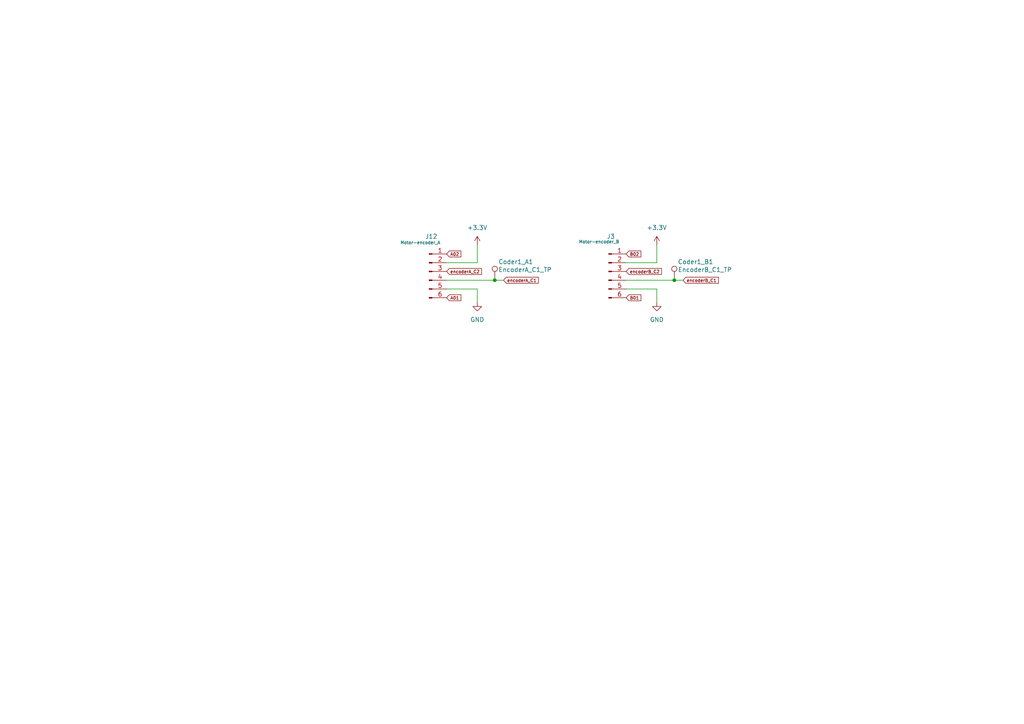
<source format=kicad_sch>
(kicad_sch (version 20250114) (generator "eeschema") (generator_version "9.0")
  (paper "A4")
  (lib_symbols
    (symbol "Connector:Conn_01x06_Pin" (pin_names (offset 1.016) (hide yes))
      (property "Reference" "J" (at 0 7.62 0))
      (property "Value" "Conn_01x06_Pin" (at 0 -10.16 0))
      (symbol "Conn_01x06_Pin_1_1"
        (rectangle (start 0.8636 5.207) (end 0 4.953) (stroke (width 0.1524)) (fill (type outline)))
        (rectangle (start 0.8636 2.667) (end 0 2.413) (stroke (width 0.1524)) (fill (type outline)))
        (rectangle (start 0.8636 0.127) (end 0 -0.127) (stroke (width 0.1524)) (fill (type outline)))
        (rectangle (start 0.8636 -2.413) (end 0 -2.667) (stroke (width 0.1524)) (fill (type outline)))
        (rectangle (start 0.8636 -4.953) (end 0 -5.207) (stroke (width 0.1524)) (fill (type outline)))
        (rectangle (start 0.8636 -7.493) (end 0 -7.747) (stroke (width 0.1524)) (fill (type outline)))
        (polyline (pts (xy 1.27 5.08) (xy 0.8636 5.08)) (stroke (width 0.1524)))
        (polyline (pts (xy 1.27 2.54) (xy 0.8636 2.54)) (stroke (width 0.1524)))
        (polyline (pts (xy 1.27 0) (xy 0.8636 0)) (stroke (width 0.1524)))
        (polyline (pts (xy 1.27 -2.54) (xy 0.8636 -2.54)) (stroke (width 0.1524)))
        (polyline (pts (xy 1.27 -5.08) (xy 0.8636 -5.08)) (stroke (width 0.1524)))
        (polyline (pts (xy 1.27 -7.62) (xy 0.8636 -7.62)) (stroke (width 0.1524)))
        (pin passive line (at 5.08 5.08 180) (length 3.81) (name "Pin_1") (number "1"))
        (pin passive line (at 5.08 2.54 180) (length 3.81) (name "Pin_2") (number "2"))
        (pin passive line (at 5.08 0 180) (length 3.81) (name "Pin_3") (number "3"))
        (pin passive line (at 5.08 -2.54 180) (length 3.81) (name "Pin_4") (number "4"))
        (pin passive line (at 5.08 -5.08 180) (length 3.81) (name "Pin_5") (number "5"))
        (pin passive line (at 5.08 -7.62 180) (length 3.81) (name "Pin_6") (number "6"))
      )
    )
    (symbol "Connector:TestPoint" (pin_numbers (hide yes)) (pin_names (offset 0.762) (hide yes))
      (property "Reference" "TP" (at 0 6.858 0))
      (property "Value" "TestPoint" (at 0 5.08 0))
      (symbol "TestPoint_0_1"
        (circle (center 0 3.302) (radius 0.762))
      )
      (symbol "TestPoint_1_1"
        (pin passive line (at 0 0 90) (length 2.54) (name "1") (number "1"))
      )
    )
    (symbol "PAMI-Power_Board_specific_symbols:+3.3V" (power) (pin_numbers (hide yes)) (pin_names (offset 0) (hide yes))
      (property "Value" "+3.3V" (at 0 3.556 0))
      (symbol "+3.3V_0_1"
        (polyline (pts (xy -0.762 1.27) (xy 0 2.54)))
        (polyline (pts (xy 0 2.54) (xy 0.762 1.27)))
        (polyline (pts (xy 0 0) (xy 0 2.54)))
      )
      (symbol "+3.3V_1_1"
        (pin power_in line (at 0 0 90) (length 0) (name "~") (number "1"))
      )
    )
    (symbol "power:GND" (power) (pin_numbers (hide yes)) (pin_names (offset 0) (hide yes))
      (property "Value" "GND" (at 0 -3.81 0))
      (symbol "GND_0_1"
        (polyline (pts (xy 0 0) (xy 0 -1.27) (xy 1.27 -1.27) (xy 0 -2.54) (xy -1.27 -1.27) (xy 0 -1.27)))
      )
      (symbol "GND_1_1"
        (pin power_in line (at 0 0 270) (length 0) (name "~") (number "1"))
      )
    )
  )
  (junction (at 195.58 81.28))
  (junction (at 143.51 81.28))
  (wire (pts (xy 195.58 81.28) (xy 181.61 81.28)))
  (wire (pts (xy 190.5 71.12) (xy 190.5 76.2)))
  (wire (pts (xy 146.05 81.28) (xy 143.51 81.28)))
  (wire (pts (xy 181.61 83.82) (xy 190.5 83.82)))
  (wire (pts (xy 181.61 76.2) (xy 190.5 76.2)))
  (wire (pts (xy 190.5 83.82) (xy 190.5 87.63)))
  (wire (pts (xy 129.54 76.2) (xy 138.43 76.2)))
  (wire (pts (xy 143.51 81.28) (xy 129.54 81.28)))
  (wire (pts (xy 138.43 83.82) (xy 138.43 87.63)))
  (wire (pts (xy 138.43 71.12) (xy 138.43 76.2)))
  (wire (pts (xy 198.12 81.28) (xy 195.58 81.28)))
  (wire (pts (xy 129.54 83.82) (xy 138.43 83.82)))
  (global_label "A02" (shape input) (at 129.54 73.66 0) (effects (font (size 0.889 0.889))) (property "Intersheetrefs" "${INTERSHEET_REFS}" (effects (hide yes))))
  (global_label "B02" (shape input) (at 181.61 73.66 0) (effects (font (size 0.889 0.889))) (property "Intersheetrefs" "${INTERSHEET_REFS}" (effects (hide yes))))
  (global_label "encoderA_C2" (shape input) (at 129.54 78.74 0) (effects (font (size 0.889 0.889))) (property "Intersheetrefs" "${INTERSHEET_REFS}" (effects (hide yes))))
  (global_label "encoderB_C1" (shape input) (at 198.12 81.28 0) (effects (font (size 0.889 0.889))) (property "Intersheetrefs" "${INTERSHEET_REFS}" (effects (hide yes))))
  (global_label "encoderA_C1" (shape input) (at 146.05 81.28 0) (effects (font (size 0.889 0.889))) (property "Intersheetrefs" "${INTERSHEET_REFS}" (effects (hide yes))))
  (global_label "encoderB_C2" (shape input) (at 181.61 78.74 0) (effects (font (size 0.889 0.889))) (property "Intersheetrefs" "${INTERSHEET_REFS}" (effects (hide yes))))
  (global_label "B01" (shape input) (at 181.61 86.36 0) (effects (font (size 0.889 0.889))) (property "Intersheetrefs" "${INTERSHEET_REFS}" (effects (hide yes))))
  (global_label "A01" (shape input) (at 129.54 86.36 0) (effects (font (size 0.889 0.889))) (property "Intersheetrefs" "${INTERSHEET_REFS}" (effects (hide yes))))
  (symbol (lib_id "Connector:Conn_01x06_Pin") (at 124.46 78.74 0) (unit 1)
    (property "Reference" "J12" (at 125.095 68.58 0))
    (property "Value" "Motor-encoder_A" (at 121.92 70.358 0) (effects (font (size 0.889 0.889))))
    (property "Footprint" "JST_Connectors:JST_ZH_1x06_P1.5mm_no_Connector" (effects (hide yes)))
    (property "Description" "Generic connector, single row, 01x06, script generated" (effects (hide yes)))
  )
  (symbol (lib_id "PAMI-Power_Board_specific_symbols:+3.3V") (at 138.43 71.12 0) (unit 1)
    (property "Reference" "#PWR031" (effects (hide yes)))
    (property "Value" "+3.3V" (at 138.43 66.04 0))
    (property "Description" "Power symbol creates a global label with name \"+3.3V\"" (effects (hide yes)))
  )
  (symbol (lib_id "Connector:TestPoint") (at 195.58 81.28 0) (unit 1)
    (property "Reference" "Coder1_B1" (at 196.596 75.946 0) (effects (justify left)))
    (property "Value" "EncoderB_C1_TP" (at 196.596 78.232 0) (effects (justify left)))
    (property "Footprint" "Test_hooks:S275146R" (effects (hide yes)))
    (property "Description" "test point" (effects (hide yes)))
  )
  (symbol (lib_id "PAMI-Power_Board_specific_symbols:+3.3V") (at 190.5 71.12 0) (unit 1)
    (property "Reference" "#PWR032" (effects (hide yes)))
    (property "Value" "+3.3V" (at 190.5 66.04 0))
    (property "Description" "Power symbol creates a global label with name \"+3.3V\"" (effects (hide yes)))
  )
  (symbol (lib_id "Connector:Conn_01x06_Pin") (at 176.53 78.74 0) (unit 1)
    (property "Reference" "J3" (at 177.165 68.58 0))
    (property "Value" "Motor-encoder_B" (at 173.736 70.104 0) (effects (font (size 0.889 0.889))))
    (property "Footprint" "JST_Connectors:JST_ZH_1x06_P1.5mm_no_Connector" (effects (hide yes)))
    (property "Description" "Generic connector, single row, 01x06, script generated" (effects (hide yes)))
  )
  (symbol (lib_id "power:GND") (at 138.43 87.63 0) (unit 1)
    (property "Reference" "#PWR016" (effects (hide yes)))
    (property "Value" "GND" (at 138.43 92.71 0))
    (property "Description" "Power symbol creates a global label with name \"GND\" , ground" (effects (hide yes)))
  )
  (symbol (lib_id "power:GND") (at 190.5 87.63 0) (unit 1)
    (property "Reference" "#PWR033" (effects (hide yes)))
    (property "Value" "GND" (at 190.5 92.71 0))
    (property "Description" "Power symbol creates a global label with name \"GND\" , ground" (effects (hide yes)))
  )
  (symbol (lib_id "Connector:TestPoint") (at 143.51 81.28 0) (unit 1)
    (property "Reference" "Coder1_A1" (at 144.526 75.946 0) (effects (justify left)))
    (property "Value" "EncoderA_C1_TP" (at 144.526 78.232 0) (effects (justify left)))
    (property "Footprint" "Test_hooks:S275146R" (effects (hide yes)))
    (property "Description" "test point" (effects (hide yes)))
  )
)
</source>
